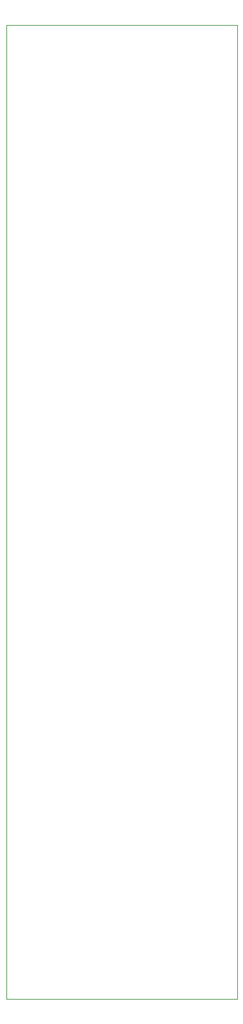
<source format=gbr>
%TF.GenerationSoftware,KiCad,Pcbnew,(6.0.5)*%
%TF.CreationDate,2023-05-17T00:43:50-04:00*%
%TF.ProjectId,vco front panel,76636f20-6672-46f6-9e74-2070616e656c,rev?*%
%TF.SameCoordinates,Original*%
%TF.FileFunction,Profile,NP*%
%FSLAX46Y46*%
G04 Gerber Fmt 4.6, Leading zero omitted, Abs format (unit mm)*
G04 Created by KiCad (PCBNEW (6.0.5)) date 2023-05-17 00:43:50*
%MOMM*%
%LPD*%
G01*
G04 APERTURE LIST*
%TA.AperFunction,Profile*%
%ADD10C,0.100000*%
%TD*%
G04 APERTURE END LIST*
D10*
X57150000Y-30480000D02*
X87630000Y-30480000D01*
X87630000Y-30480000D02*
X87630000Y-158980000D01*
X87630000Y-158980000D02*
X57150000Y-158980000D01*
X57150000Y-158980000D02*
X57150000Y-30480000D01*
M02*

</source>
